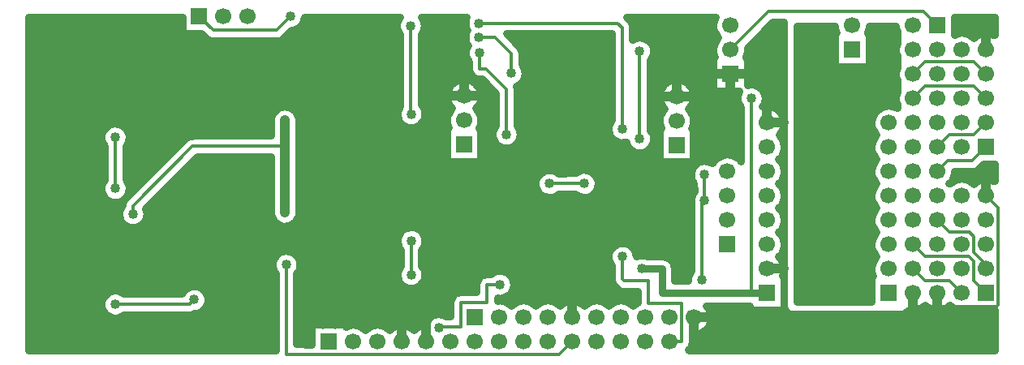
<source format=gbr>
G04 DipTrace 2.4.0.2*
%INBottom.gbr*%
%MOIN*%
%ADD13C,0.013*%
%ADD14C,0.03*%
%ADD15C,0.0394*%
%ADD18C,0.04*%
%ADD29R,0.0669X0.0669*%
%ADD30C,0.0669*%
%FSLAX44Y44*%
G04*
G70*
G90*
G75*
G01*
%LNBottom*%
%LPD*%
X34940Y6940D2*
D14*
X34297D1*
X30628D1*
Y7940D1*
X29815D1*
X34297Y14954D2*
D13*
Y6940D1*
X8172Y13350D2*
Y11239D1*
Y6487D2*
X11224D1*
X11409Y6672D1*
X15365Y18310D2*
X14798Y17743D1*
X12192D1*
X11621Y18314D1*
X32381Y11816D2*
Y10753D1*
X21460Y5515D2*
Y5554D1*
X22378D1*
Y6565D1*
X23440D1*
Y7296D1*
X23960D1*
X32257Y7493D2*
Y10630D1*
X32381Y10753D1*
X20298Y17936D2*
Y14326D1*
X20322Y14302D1*
Y9094D2*
Y7700D1*
X40940Y15940D2*
X41440Y16440D1*
X43440D1*
X43940Y15940D1*
X40940Y14940D2*
X41440Y15440D1*
X43440D1*
X43940Y14940D1*
X41940Y12940D2*
X42440Y13440D1*
X43440D1*
X43940Y13940D1*
X41940Y11940D2*
X42378Y12378D1*
X43378D1*
X43940Y12940D1*
X41940Y9940D2*
X42440Y9440D1*
X43263D1*
X43440Y9263D1*
Y8628D1*
X43940Y8128D1*
Y7940D1*
X29003Y8440D2*
Y7503D1*
X29065Y7440D1*
X30065D1*
Y6503D1*
X31440D1*
Y4940D1*
X30940D1*
X15190Y8113D2*
Y4409D1*
X26409D1*
X26940Y4940D1*
X31224Y15036D2*
X33174D1*
X33440Y15303D1*
Y15940D1*
X43940Y10940D2*
X43945D1*
X44444Y10441D1*
Y6440D1*
X44382Y6378D1*
X42007D1*
X41944Y6440D1*
Y6936D1*
X41940Y6940D1*
X40940D2*
Y6444D1*
X41007Y6378D1*
X42007D1*
X26505Y10253D2*
X25380D1*
X33628Y14315D2*
Y14753D1*
X33344Y15036D1*
X33174D1*
X16419Y8001D2*
Y9556D1*
X16672D1*
X40940Y8940D2*
X41440Y8440D1*
X43253D1*
X43440Y8253D1*
Y7440D1*
X43940Y6940D1*
X23113Y18035D2*
X28810D1*
X28993Y17852D1*
Y13692D1*
X24436Y15972D2*
Y16796D1*
X23788Y17444D1*
X23113D1*
X15143Y10261D2*
D15*
Y12980D1*
Y14050D1*
X8893Y10201D2*
D13*
Y10523D1*
X11350Y12980D1*
X15143D1*
X26003Y11441D2*
X27440Y11443D1*
X40940Y7940D2*
X41440Y7440D1*
X42440D1*
X42940Y6940D1*
X23130Y16817D2*
Y16165D1*
X23399D1*
X24235Y15328D1*
Y13468D1*
X29718Y16879D2*
Y13271D1*
X41940Y17940D2*
X41378Y18503D1*
X35003D1*
X33440Y16940D1*
D18*
X29815Y7940D3*
X34297Y14954D3*
X8172Y13350D3*
Y11239D3*
Y6487D3*
X11409Y6672D3*
X15365Y18310D3*
X32381Y11816D3*
Y10753D3*
X21460Y5515D3*
X23960Y7296D3*
X32257Y7493D3*
X20298Y17936D3*
X20322Y14302D3*
Y9094D3*
Y7700D3*
X29003Y8440D3*
X15190Y8113D3*
X26505Y10253D3*
X25380D3*
X33628Y14315D3*
X16672Y9556D3*
X16419Y8001D3*
X23113Y18035D3*
X28993Y13692D3*
X24436Y15972D3*
X23113Y17444D3*
X15143Y10261D3*
Y14050D3*
X8893Y10201D3*
X26003Y11441D3*
X27440Y11443D3*
X23130Y16817D3*
X24235Y13468D3*
X29718Y16879D3*
Y13271D3*
X12690Y9787D3*
Y9287D3*
X20940Y16940D3*
Y16440D3*
Y15940D3*
Y15440D3*
Y14940D3*
Y14440D3*
Y13940D3*
Y13440D3*
Y12940D3*
Y12440D3*
Y11940D3*
Y11440D3*
Y10940D3*
Y10440D3*
Y9940D3*
X12235Y12393D3*
X8692Y5649D3*
X9192D3*
X12690Y8787D3*
Y8287D3*
X13190Y9787D3*
Y9287D3*
Y8787D3*
Y8287D3*
X10346Y17224D3*
X10846D3*
X11346D3*
X11846D3*
X37256Y13864D3*
Y13364D3*
Y12864D3*
Y12364D3*
X37819Y13864D3*
Y13364D3*
Y12864D3*
Y12364D3*
X37256Y11864D3*
X37819D3*
X36381Y13114D3*
Y12614D3*
X12346Y17224D3*
X12846D3*
X13346D3*
X13846D3*
X12735Y12393D3*
X13235D3*
X9692Y5649D3*
X10192D3*
X10692D3*
X11192D3*
X11692D3*
X12192D3*
X12692D3*
X13192D3*
X13692D3*
X14192D3*
X14692D3*
X12235Y11893D3*
X15692Y5649D3*
X16192D3*
X16692D3*
X17192D3*
X12735Y11893D3*
X13235D3*
X5346Y15058D3*
X5846D3*
X6346D3*
X6846D3*
X7346D3*
X18523Y15436D3*
X19023D3*
X19523D3*
X17190Y11037D3*
Y10537D3*
Y10037D3*
Y9537D3*
X4620Y17991D2*
D14*
X10894D1*
X15859D2*
X19707D1*
X20887D2*
X22525D1*
X29425D2*
X32716D1*
X35126D2*
X35615D1*
X42668D2*
X44260D1*
X4620Y17693D2*
X10894D1*
X15383D2*
X19761D1*
X20834D2*
X22578D1*
X29450D2*
X32761D1*
X34826D2*
X35615D1*
X42668D2*
X44260D1*
X4620Y17394D2*
X11915D1*
X15076D2*
X19843D1*
X20756D2*
X22525D1*
X24471D2*
X28537D1*
X29971D2*
X32880D1*
X34527D2*
X35615D1*
X4620Y17095D2*
X19843D1*
X20756D2*
X22611D1*
X24771D2*
X28537D1*
X30266D2*
X32732D1*
X34228D2*
X35615D1*
X4620Y16797D2*
X19843D1*
X20756D2*
X22537D1*
X24894D2*
X28537D1*
X30303D2*
X32728D1*
X34150D2*
X35615D1*
X4620Y16498D2*
X19843D1*
X20756D2*
X22636D1*
X24894D2*
X28537D1*
X30176D2*
X32712D1*
X34166D2*
X35615D1*
X4620Y16199D2*
X19843D1*
X20756D2*
X22672D1*
X24980D2*
X28537D1*
X30176D2*
X32712D1*
X34166D2*
X35615D1*
X4620Y15901D2*
X19843D1*
X20756D2*
X22763D1*
X25025D2*
X28537D1*
X30176D2*
X32712D1*
X34166D2*
X35615D1*
X4620Y15602D2*
X19843D1*
X20756D2*
X22049D1*
X22929D2*
X23329D1*
X24890D2*
X28537D1*
X30176D2*
X30788D1*
X31660D2*
X32712D1*
X34166D2*
X35615D1*
X4620Y15303D2*
X19843D1*
X20756D2*
X21815D1*
X23163D2*
X23628D1*
X24693D2*
X28537D1*
X30176D2*
X30551D1*
X31898D2*
X32712D1*
X34769D2*
X35615D1*
X4620Y15005D2*
X19843D1*
X20756D2*
X21762D1*
X23216D2*
X23780D1*
X24693D2*
X28537D1*
X30176D2*
X30497D1*
X31952D2*
X33708D1*
X34888D2*
X35615D1*
X4620Y14706D2*
X19843D1*
X20756D2*
X21848D1*
X23130D2*
X23780D1*
X24693D2*
X28537D1*
X30176D2*
X30579D1*
X31865D2*
X33762D1*
X34831D2*
X35615D1*
X4620Y14407D2*
X14679D1*
X15609D2*
X19740D1*
X20903D2*
X21869D1*
X23110D2*
X23780D1*
X24693D2*
X28537D1*
X30176D2*
X30604D1*
X31845D2*
X33840D1*
X4620Y14109D2*
X14552D1*
X15732D2*
X19765D1*
X20879D2*
X21766D1*
X23212D2*
X23780D1*
X24693D2*
X28537D1*
X30176D2*
X30501D1*
X31948D2*
X33840D1*
X4620Y13810D2*
X7818D1*
X8526D2*
X14556D1*
X15732D2*
X20023D1*
X20625D2*
X21803D1*
X23175D2*
X23759D1*
X24709D2*
X28414D1*
X30176D2*
X30534D1*
X31911D2*
X33840D1*
X4620Y13511D2*
X7605D1*
X8740D2*
X14556D1*
X15732D2*
X21762D1*
X23216D2*
X23644D1*
X24824D2*
X28430D1*
X30254D2*
X30497D1*
X31952D2*
X33840D1*
X4620Y13212D2*
X7597D1*
X8748D2*
X10948D1*
X15732D2*
X21762D1*
X23216D2*
X23706D1*
X24767D2*
X28668D1*
X30307D2*
X30497D1*
X31952D2*
X33840D1*
X4620Y12914D2*
X7716D1*
X8629D2*
X10652D1*
X15732D2*
X21762D1*
X23216D2*
X24112D1*
X24361D2*
X29255D1*
X30180D2*
X30497D1*
X31952D2*
X33840D1*
X4620Y12615D2*
X7716D1*
X8629D2*
X10353D1*
X15732D2*
X21762D1*
X23216D2*
X30497D1*
X31952D2*
X33114D1*
X33522D2*
X33840D1*
X4620Y12316D2*
X7716D1*
X8629D2*
X10054D1*
X11319D2*
X14556D1*
X15732D2*
X32097D1*
X4620Y12018D2*
X7716D1*
X8629D2*
X9754D1*
X11020D2*
X14556D1*
X15732D2*
X31826D1*
X43635D2*
X44260D1*
X4620Y11719D2*
X7716D1*
X8629D2*
X9455D1*
X10725D2*
X14556D1*
X15732D2*
X25486D1*
X27961D2*
X31797D1*
X42631D2*
X44260D1*
X4620Y11420D2*
X7609D1*
X8736D2*
X9155D1*
X10425D2*
X14556D1*
X15732D2*
X25412D1*
X28031D2*
X31924D1*
X4620Y11122D2*
X7593D1*
X10126D2*
X14556D1*
X15732D2*
X25510D1*
X27933D2*
X31924D1*
X4620Y10823D2*
X7765D1*
X9826D2*
X14556D1*
X15732D2*
X31793D1*
X4620Y10524D2*
X8405D1*
X9527D2*
X14556D1*
X15732D2*
X31801D1*
X4620Y10226D2*
X8302D1*
X9486D2*
X14552D1*
X15732D2*
X31801D1*
X4620Y9927D2*
X8372D1*
X9412D2*
X14663D1*
X15625D2*
X31801D1*
X4620Y9628D2*
X20117D1*
X20526D2*
X31801D1*
X4620Y9330D2*
X19781D1*
X20862D2*
X31801D1*
X4620Y9031D2*
X19732D1*
X20912D2*
X31801D1*
X4620Y8732D2*
X19863D1*
X20780D2*
X28492D1*
X29511D2*
X31801D1*
X4620Y8433D2*
X14700D1*
X15683D2*
X19863D1*
X20780D2*
X28410D1*
X30795D2*
X31801D1*
X35462D2*
X35618D1*
X4620Y8135D2*
X14597D1*
X15781D2*
X19863D1*
X20780D2*
X28500D1*
X31131D2*
X31801D1*
X4620Y7836D2*
X14671D1*
X15707D2*
X19748D1*
X20895D2*
X23772D1*
X24147D2*
X28545D1*
X31168D2*
X31781D1*
X4620Y7537D2*
X14733D1*
X15646D2*
X19752D1*
X20891D2*
X23058D1*
X24496D2*
X28545D1*
X31168D2*
X31666D1*
X4620Y7239D2*
X14733D1*
X15646D2*
X19970D1*
X20674D2*
X22984D1*
X24549D2*
X28635D1*
X4620Y6940D2*
X7810D1*
X8535D2*
X10886D1*
X11934D2*
X14733D1*
X15646D2*
X22143D1*
X24426D2*
X29607D1*
X4620Y6641D2*
X7601D1*
X12000D2*
X14733D1*
X15646D2*
X21926D1*
X23897D2*
X29607D1*
X4620Y6343D2*
X7601D1*
X11893D2*
X14733D1*
X15646D2*
X21922D1*
X32538D2*
X34213D1*
X41327D2*
X41554D1*
X42327D2*
X42550D1*
X4620Y6044D2*
X7798D1*
X8547D2*
X14733D1*
X15646D2*
X21241D1*
X21678D2*
X21922D1*
X32657D2*
X44260D1*
X4620Y5745D2*
X14733D1*
X15646D2*
X20917D1*
X32641D2*
X44260D1*
X4620Y5447D2*
X14733D1*
X15646D2*
X16213D1*
X32460D2*
X44260D1*
X4620Y5148D2*
X14733D1*
X15646D2*
X16213D1*
X31898D2*
X44260D1*
X4620Y4849D2*
X14733D1*
X15646D2*
X16213D1*
X31886D2*
X44260D1*
X42637Y18288D2*
Y17566D1*
X42808Y17624D1*
X42938Y17637D1*
X43069Y17625D1*
X43195Y17589D1*
X43312Y17530D1*
X43440Y17422D1*
X43502Y17481D1*
X43611Y17554D1*
X43731Y17605D1*
X43860Y17632D1*
X43991Y17635D1*
X44120Y17613D1*
X44243Y17568D1*
X44290Y17543D1*
Y18289D1*
X42640Y18290D1*
X42624Y11810D2*
X42588Y11684D1*
X42528Y11567D1*
X42421Y11439D1*
X42462Y11447D1*
X42565Y11527D1*
X42682Y11587D1*
X42808Y11624D1*
X42938Y11637D1*
X43069Y11625D1*
X43195Y11589D1*
X43312Y11530D1*
X43440Y11422D1*
X43502Y11481D1*
X43611Y11554D1*
X43731Y11605D1*
X43860Y11632D1*
X43991Y11635D1*
X44120Y11613D1*
X44243Y11568D1*
X44290Y11543D1*
Y12244D1*
X43845D1*
X43680Y12076D1*
X43574Y11999D1*
X43446Y11957D1*
X43246Y11951D1*
X42635D1*
X42624Y11810D1*
X42440Y6455D2*
X42328Y6362D1*
X42213Y6299D1*
X42088Y6259D1*
X41958Y6244D1*
X41828Y6253D1*
X41701Y6286D1*
X41583Y6342D1*
X41477Y6420D1*
X41440Y6456D1*
X41350Y6377D1*
X41237Y6310D1*
X41114Y6266D1*
X40985Y6245D1*
X40854Y6249D1*
X40761Y6267D1*
X40742Y6235D1*
X40650Y6142D1*
X40531Y6089D1*
X40313Y6078D1*
X36006D1*
X35878Y6102D1*
X35766Y6169D1*
X35685Y6272D1*
X35647Y6401D1*
X35644Y7359D1*
X35645Y18071D1*
X35341Y18076D1*
X35181D1*
X34130Y17026D1*
X34137Y16940D1*
X34124Y16810D1*
X34088Y16684D1*
X34064Y16636D1*
X34137Y16637D1*
Y15493D1*
X34274Y15515D1*
X34404Y15506D1*
X34529Y15466D1*
X34641Y15398D1*
X34735Y15307D1*
X34804Y15196D1*
X34847Y15072D1*
X34859Y14954D1*
X34844Y14824D1*
X34799Y14701D1*
X34738Y14609D1*
X34886Y14635D1*
X35017Y14633D1*
X35145Y14606D1*
X35266Y14556D1*
X35376Y14484D1*
X35470Y14393D1*
X35545Y14286D1*
X35599Y14166D1*
X35630Y14039D1*
X35636Y13914D1*
X35619Y13784D1*
X35578Y13660D1*
X35514Y13545D1*
X35425Y13440D1*
X35502Y13352D1*
X35569Y13239D1*
X35614Y13116D1*
X35637Y12940D1*
X35624Y12810D1*
X35588Y12684D1*
X35528Y12567D1*
X35421Y12439D1*
X35502Y12352D1*
X35569Y12239D1*
X35614Y12116D1*
X35637Y11940D1*
X35624Y11810D1*
X35588Y11684D1*
X35528Y11567D1*
X35421Y11439D1*
X35502Y11352D1*
X35569Y11239D1*
X35614Y11116D1*
X35637Y10940D1*
X35624Y10810D1*
X35588Y10684D1*
X35528Y10567D1*
X35421Y10439D1*
X35502Y10352D1*
X35569Y10239D1*
X35614Y10116D1*
X35637Y9940D1*
X35624Y9810D1*
X35588Y9684D1*
X35528Y9567D1*
X35421Y9439D1*
X35502Y9352D1*
X35569Y9239D1*
X35614Y9116D1*
X35637Y8940D1*
X35624Y8810D1*
X35588Y8684D1*
X35528Y8567D1*
X35421Y8439D1*
X35470Y8393D1*
X35545Y8286D1*
X35599Y8166D1*
X35630Y8039D1*
X35636Y7914D1*
X35619Y7784D1*
X35578Y7660D1*
X35567Y7637D1*
X35637D1*
Y6244D1*
X34244D1*
Y6428D1*
X32439D1*
X32532Y6308D1*
X32590Y6191D1*
X32626Y6065D1*
X32637Y5940D1*
X32624Y5810D1*
X32588Y5684D1*
X32528Y5567D1*
X32448Y5464D1*
X32350Y5377D1*
X32237Y5310D1*
X32114Y5266D1*
X31985Y5245D1*
X31867Y5247D1*
Y4940D1*
X31847Y4811D1*
X31789Y4694D1*
X31706Y4607D1*
X31737Y4590D1*
X44290D1*
Y6241D1*
X43324Y6244D1*
X43244D1*
Y6313D1*
X43114Y6266D1*
X42985Y6245D1*
X42854Y6249D1*
X42726Y6277D1*
X42605Y6329D1*
X42497Y6403D1*
X42442Y6458D1*
X23869Y6630D2*
X23938Y6637D1*
X24069Y6625D1*
X24195Y6589D1*
X24312Y6530D1*
X24440Y6422D1*
X24565Y6527D1*
X24682Y6587D1*
X24808Y6624D1*
X24938Y6637D1*
X25069Y6625D1*
X25195Y6589D1*
X25312Y6530D1*
X25440Y6422D1*
X25565Y6527D1*
X25682Y6587D1*
X25808Y6624D1*
X25938Y6637D1*
X26069Y6625D1*
X26195Y6589D1*
X26312Y6530D1*
X26440Y6422D1*
X26502Y6481D1*
X26611Y6554D1*
X26731Y6605D1*
X26860Y6632D1*
X26991Y6635D1*
X27120Y6613D1*
X27243Y6568D1*
X27355Y6500D1*
X27440Y6425D1*
X27565Y6527D1*
X27682Y6587D1*
X27808Y6624D1*
X27938Y6637D1*
X28069Y6625D1*
X28195Y6589D1*
X28312Y6530D1*
X28440Y6422D1*
X28565Y6527D1*
X28682Y6587D1*
X28808Y6624D1*
X28938Y6637D1*
X29069Y6625D1*
X29195Y6589D1*
X29312Y6530D1*
X29440Y6422D1*
X29565Y6527D1*
X29642Y6567D1*
X29638Y7015D1*
X29065Y7013D1*
X28936Y7033D1*
X28797Y7108D1*
X28662Y7245D1*
X28605Y7348D1*
X28577Y7474D1*
X28576Y8073D1*
X28530Y8135D1*
X28473Y8253D1*
X28444Y8381D1*
X28445Y8512D1*
X28477Y8639D1*
X28537Y8755D1*
X28623Y8854D1*
X28729Y8931D1*
X28850Y8981D1*
X28979Y9002D1*
X29110Y8992D1*
X29234Y8952D1*
X29347Y8885D1*
X29440Y8793D1*
X29510Y8682D1*
X29552Y8558D1*
X29564Y8444D1*
X29662Y8481D1*
X29791Y8502D1*
X29922Y8492D1*
X30050Y8450D1*
X30628Y8452D1*
X30757Y8435D1*
X30879Y8386D1*
X30984Y8308D1*
X31065Y8206D1*
X31118Y8086D1*
X31140Y7940D1*
Y7452D1*
X31698D1*
X31700Y7565D1*
X31731Y7692D1*
X31792Y7808D1*
X31832Y7855D1*
X31831Y10634D1*
X31822Y10694D1*
X31823Y10825D1*
X31855Y10952D1*
X31915Y11068D1*
X31955Y11115D1*
X31954Y11455D1*
X31908Y11511D1*
X31851Y11629D1*
X31822Y11757D1*
X31823Y11887D1*
X31855Y12015D1*
X31915Y12131D1*
X32001Y12230D1*
X32107Y12307D1*
X32228Y12357D1*
X32357Y12377D1*
X32488Y12368D1*
X32612Y12328D1*
X32707Y12271D1*
X32754Y12349D1*
X32840Y12447D1*
X32943Y12528D1*
X33060Y12588D1*
X33186Y12625D1*
X33316Y12637D1*
X33447Y12625D1*
X33573Y12589D1*
X33690Y12530D1*
X33793Y12450D1*
X33872Y12361D1*
X33870Y14589D1*
X33825Y14649D1*
X33767Y14767D1*
X33738Y14894D1*
X33740Y15025D1*
X33771Y15152D1*
X33819Y15243D1*
X32744Y15244D1*
Y16637D1*
X32813D1*
X32778Y16724D1*
X32749Y16852D1*
X32745Y16983D1*
X32765Y17112D1*
X32809Y17235D1*
X32876Y17348D1*
X32954Y17438D1*
X32830Y17604D1*
X32778Y17724D1*
X32749Y17852D1*
X32745Y17983D1*
X32765Y18112D1*
X32809Y18235D1*
X32840Y18288D1*
X29156Y18290D1*
X29294Y18154D1*
X29372Y18049D1*
X29413Y17921D1*
X29420Y17721D1*
Y17356D1*
X29565Y17420D1*
X29694Y17441D1*
X29825Y17431D1*
X29949Y17391D1*
X30062Y17324D1*
X30155Y17232D1*
X30225Y17121D1*
X30267Y16997D1*
X30280Y16879D1*
X30264Y16749D1*
X30220Y16626D1*
X30144Y16514D1*
X30145Y13635D1*
X30225Y13513D1*
X30267Y13389D1*
X30280Y13271D1*
X30264Y13141D1*
X30220Y13018D1*
X30147Y12909D1*
X30052Y12819D1*
X29938Y12754D1*
X29813Y12717D1*
X29682Y12710D1*
X29553Y12734D1*
X29433Y12786D1*
X29329Y12865D1*
X29245Y12966D1*
X29188Y13084D1*
X29171Y13160D1*
X29088Y13138D1*
X28957Y13131D1*
X28828Y13155D1*
X28708Y13207D1*
X28604Y13286D1*
X28520Y13387D1*
X28463Y13505D1*
X28434Y13633D1*
X28435Y13764D1*
X28467Y13891D1*
X28527Y14007D1*
X28567Y14053D1*
X28566Y17609D1*
X24229Y17608D1*
X24738Y17098D1*
X24815Y16993D1*
X24857Y16865D1*
X24863Y16665D1*
Y16341D1*
X24943Y16214D1*
X24986Y16090D1*
X24998Y15972D1*
X24983Y15842D1*
X24938Y15719D1*
X24866Y15609D1*
X24770Y15520D1*
X24645Y15451D1*
X24662Y15328D1*
Y13831D1*
X24743Y13710D1*
X24785Y13586D1*
X24797Y13468D1*
X24782Y13338D1*
X24737Y13215D1*
X24665Y13105D1*
X24570Y13016D1*
X24456Y12951D1*
X24330Y12914D1*
X24200Y12907D1*
X24071Y12930D1*
X23951Y12983D1*
X23847Y13062D1*
X23763Y13163D1*
X23706Y13281D1*
X23677Y13408D1*
X23678Y13539D1*
X23710Y13666D1*
X23770Y13783D1*
X23810Y13829D1*
X23808Y15153D1*
X23223Y15737D1*
X23130Y15738D1*
X23000Y15758D1*
X22883Y15816D1*
X22789Y15907D1*
X22727Y16022D1*
X22703Y16165D1*
Y16448D1*
X22657Y16512D1*
X22600Y16629D1*
X22571Y16757D1*
X22572Y16888D1*
X22604Y17015D1*
X22658Y17120D1*
X22583Y17257D1*
X22555Y17385D1*
X22556Y17516D1*
X22588Y17643D1*
X22638Y17741D1*
X22583Y17848D1*
X22555Y17975D1*
X22556Y18106D1*
X22588Y18233D1*
X22616Y18288D1*
X20732Y18290D1*
X20806Y18178D1*
X20848Y18054D1*
X20860Y17936D1*
X20845Y17806D1*
X20800Y17683D1*
X20725Y17571D1*
Y14692D1*
X20759Y14655D1*
X20829Y14544D1*
X20871Y14421D1*
X20884Y14302D1*
X20869Y14172D1*
X20824Y14049D1*
X20752Y13940D1*
X20656Y13850D1*
X20543Y13785D1*
X20417Y13748D1*
X20286Y13742D1*
X20157Y13765D1*
X20038Y13818D1*
X19933Y13897D1*
X19850Y13998D1*
X19792Y14115D1*
X19763Y14243D1*
X19765Y14374D1*
X19796Y14501D1*
X19870Y14633D1*
X19871Y17570D1*
X19826Y17632D1*
X19768Y17749D1*
X19740Y17877D1*
X19741Y18008D1*
X19773Y18135D1*
X19833Y18251D1*
X19868Y18291D1*
X15926Y18290D1*
X15912Y18180D1*
X15867Y18057D1*
X15795Y17948D1*
X15700Y17858D1*
X15586Y17793D1*
X15460Y17756D1*
X15415Y17754D1*
X15100Y17441D1*
X14995Y17364D1*
X14867Y17322D1*
X14667Y17316D1*
X12192D1*
X12063Y17336D1*
X11943Y17397D1*
X11797Y17534D1*
X11713Y17618D1*
X10925D1*
Y18294D1*
X10319Y18290D1*
X4590D1*
Y4591D1*
X14763Y4590D1*
Y7751D1*
X14718Y7809D1*
X14660Y7926D1*
X14631Y8054D1*
X14633Y8185D1*
X14664Y8312D1*
X14725Y8428D1*
X14810Y8527D1*
X14916Y8604D1*
X15037Y8654D1*
X15166Y8675D1*
X15297Y8665D1*
X15422Y8625D1*
X15534Y8558D1*
X15628Y8466D1*
X15697Y8356D1*
X15740Y8232D1*
X15752Y8113D1*
X15737Y7983D1*
X15692Y7860D1*
X15617Y7748D1*
Y4837D1*
X16244Y4836D1*
Y5637D1*
X17637D1*
Y5567D1*
X17808Y5624D1*
X17938Y5637D1*
X18069Y5625D1*
X18195Y5589D1*
X18312Y5530D1*
X18440Y5422D1*
X18565Y5527D1*
X18682Y5587D1*
X18808Y5624D1*
X18938Y5637D1*
X19069Y5625D1*
X19195Y5589D1*
X19312Y5530D1*
X19440Y5422D1*
X19502Y5481D1*
X19611Y5554D1*
X19731Y5605D1*
X19860Y5632D1*
X19991Y5635D1*
X20120Y5613D1*
X20243Y5568D1*
X20355Y5500D1*
X20440Y5425D1*
X20544Y5513D1*
X20658Y5577D1*
X20782Y5619D1*
X20911Y5636D1*
X20934Y5714D1*
X20994Y5830D1*
X21080Y5929D1*
X21186Y6006D1*
X21307Y6056D1*
X21436Y6076D1*
X21567Y6067D1*
X21691Y6027D1*
X21765Y5983D1*
X21948Y5981D1*
X21951Y6565D1*
X21971Y6694D1*
X22029Y6811D1*
X22120Y6905D1*
X22235Y6967D1*
X22378Y6992D1*
X23013D1*
Y7296D1*
X23033Y7426D1*
X23091Y7543D1*
X23182Y7637D1*
X23297Y7699D1*
X23440Y7723D1*
X23592D1*
X23686Y7787D1*
X23807Y7837D1*
X23936Y7858D1*
X24067Y7848D1*
X24191Y7808D1*
X24304Y7741D1*
X24397Y7649D1*
X24467Y7539D1*
X24509Y7415D1*
X24522Y7296D1*
X24507Y7166D1*
X24462Y7043D1*
X24389Y6934D1*
X24294Y6845D1*
X24180Y6780D1*
X24055Y6743D1*
X23924Y6736D1*
X23864Y6747D1*
X23867Y6633D1*
X23117Y13737D2*
X23186D1*
Y12343D1*
X21792D1*
Y13737D1*
X21862D1*
X21827Y13824D1*
X21798Y13951D1*
X21794Y14082D1*
X21814Y14212D1*
X21858Y14335D1*
X21924Y14448D1*
X22003Y14537D1*
X21906Y14658D1*
X21845Y14774D1*
X21807Y14900D1*
X21792Y15030D1*
X21803Y15161D1*
X21837Y15287D1*
X21895Y15405D1*
X21974Y15509D1*
X22071Y15597D1*
X22183Y15666D1*
X22305Y15712D1*
X22434Y15735D1*
X22565Y15732D1*
X22694Y15706D1*
X22815Y15656D1*
X22924Y15584D1*
X23018Y15493D1*
X23094Y15385D1*
X23148Y15266D1*
X23178Y15139D1*
X23185Y15014D1*
X23168Y14884D1*
X23127Y14759D1*
X23063Y14645D1*
X22973Y14539D1*
X23051Y14451D1*
X23118Y14339D1*
X23163Y14216D1*
X23186Y14040D1*
X23173Y13910D1*
X23137Y13784D1*
X23112Y13736D1*
X31852Y13733D2*
X31921D1*
Y12340D1*
X30527D1*
Y13733D1*
X30597D1*
X30562Y13820D1*
X30533Y13948D1*
X30529Y14079D1*
X30549Y14208D1*
X30593Y14331D1*
X30659Y14444D1*
X30738Y14534D1*
X30641Y14655D1*
X30580Y14771D1*
X30542Y14896D1*
X30527Y15026D1*
X30538Y15157D1*
X30572Y15283D1*
X30630Y15401D1*
X30709Y15505D1*
X30806Y15594D1*
X30918Y15662D1*
X31040Y15708D1*
X31169Y15731D1*
X31300Y15729D1*
X31429Y15702D1*
X31550Y15652D1*
X31659Y15580D1*
X31753Y15489D1*
X31829Y15382D1*
X31883Y15262D1*
X31914Y15135D1*
X31920Y15010D1*
X31903Y14880D1*
X31862Y14756D1*
X31798Y14641D1*
X31708Y14536D1*
X31786Y14448D1*
X31853Y14335D1*
X31898Y14212D1*
X31921Y14036D1*
X31908Y13906D1*
X31872Y13780D1*
X31848Y13732D1*
X8599Y12985D2*
Y11607D1*
X8680Y11481D1*
X8722Y11358D1*
X8734Y11239D1*
X8719Y11109D1*
X8674Y10986D1*
X8602Y10877D1*
X8507Y10788D1*
X8393Y10722D1*
X8267Y10685D1*
X8137Y10679D1*
X8008Y10702D1*
X7888Y10755D1*
X7784Y10834D1*
X7700Y10935D1*
X7643Y11052D1*
X7614Y11180D1*
X7615Y11311D1*
X7647Y11438D1*
X7707Y11554D1*
X7747Y11601D1*
X7745Y12982D1*
X7700Y13045D1*
X7643Y13162D1*
X7614Y13290D1*
X7615Y13421D1*
X7647Y13548D1*
X7707Y13664D1*
X7792Y13764D1*
X7898Y13840D1*
X8019Y13890D1*
X8149Y13911D1*
X8279Y13901D1*
X8404Y13862D1*
X8516Y13794D1*
X8610Y13703D1*
X8680Y13592D1*
X8722Y13468D1*
X8734Y13350D1*
X8719Y13220D1*
X8674Y13097D1*
X8599Y12985D1*
X8537Y6914D2*
X10900D1*
X10943Y6987D1*
X11029Y7086D1*
X11135Y7163D1*
X11256Y7213D1*
X11385Y7234D1*
X11516Y7224D1*
X11640Y7184D1*
X11753Y7117D1*
X11846Y7025D1*
X11916Y6915D1*
X11958Y6791D1*
X11971Y6672D1*
X11955Y6542D1*
X11910Y6419D1*
X11838Y6310D1*
X11743Y6221D1*
X11629Y6156D1*
X11504Y6119D1*
X11420Y6108D1*
X11292Y6067D1*
X11092Y6060D1*
X8537D1*
X8393Y5970D1*
X8267Y5933D1*
X8137Y5927D1*
X8008Y5950D1*
X7888Y6003D1*
X7784Y6082D1*
X7700Y6183D1*
X7643Y6300D1*
X7614Y6428D1*
X7615Y6559D1*
X7647Y6686D1*
X7707Y6802D1*
X7792Y6901D1*
X7898Y6978D1*
X8019Y7028D1*
X8149Y7049D1*
X8279Y7039D1*
X8404Y6999D1*
X8537Y6912D1*
X20749Y8729D2*
Y8064D1*
X20829Y7942D1*
X20871Y7818D1*
X20884Y7700D1*
X20869Y7570D1*
X20824Y7447D1*
X20752Y7338D1*
X20656Y7248D1*
X20543Y7183D1*
X20417Y7146D1*
X20286Y7139D1*
X20157Y7163D1*
X20038Y7215D1*
X19933Y7294D1*
X19850Y7395D1*
X19792Y7513D1*
X19763Y7641D1*
X19765Y7772D1*
X19796Y7899D1*
X19857Y8015D1*
X19897Y8061D1*
X19895Y8729D1*
X19850Y8789D1*
X19792Y8907D1*
X19763Y9034D1*
X19765Y9165D1*
X19796Y9292D1*
X19857Y9409D1*
X19942Y9508D1*
X20048Y9584D1*
X20169Y9634D1*
X20298Y9655D1*
X20429Y9645D1*
X20554Y9606D1*
X20666Y9538D1*
X20759Y9447D1*
X20829Y9336D1*
X20871Y9212D1*
X20884Y9094D1*
X20869Y8964D1*
X20824Y8841D1*
X20749Y8729D1*
X26367Y11869D2*
X27072Y11870D1*
X27166Y11934D1*
X27287Y11984D1*
X27416Y12005D1*
X27547Y11995D1*
X27672Y11955D1*
X27784Y11888D1*
X27878Y11796D1*
X27947Y11686D1*
X27990Y11562D1*
X28002Y11443D1*
X27987Y11313D1*
X27942Y11190D1*
X27870Y11081D1*
X27774Y10992D1*
X27661Y10926D1*
X27535Y10889D1*
X27404Y10883D1*
X27276Y10906D1*
X27156Y10959D1*
X27081Y11016D1*
X26371Y11015D1*
X26223Y10924D1*
X26098Y10887D1*
X25967Y10880D1*
X25838Y10904D1*
X25718Y10956D1*
X25614Y11035D1*
X25530Y11136D1*
X25473Y11254D1*
X25444Y11382D1*
X25445Y11512D1*
X25477Y11639D1*
X25537Y11756D1*
X25623Y11855D1*
X25729Y11932D1*
X25850Y11982D1*
X25979Y12002D1*
X26110Y11993D1*
X26234Y11953D1*
X26361Y11871D1*
X14584Y10323D2*
Y12554D1*
X11530Y12553D1*
X10260Y11286D1*
X9404Y10430D1*
X9442Y10319D1*
X9455Y10201D1*
X9440Y10071D1*
X9395Y9948D1*
X9323Y9839D1*
X9227Y9749D1*
X9113Y9684D1*
X8988Y9647D1*
X8857Y9640D1*
X8728Y9664D1*
X8608Y9716D1*
X8504Y9795D1*
X8421Y9896D1*
X8363Y10014D1*
X8334Y10141D1*
X8335Y10272D1*
X8367Y10399D1*
X8427Y10516D1*
X8467Y10562D1*
X8486Y10652D1*
X8547Y10772D1*
X8684Y10918D1*
X11048Y13281D1*
X11153Y13359D1*
X11281Y13400D1*
X11481Y13406D1*
X14585D1*
X14586Y14122D1*
X14617Y14249D1*
X14678Y14365D1*
X14763Y14464D1*
X14869Y14541D1*
X14990Y14591D1*
X15119Y14612D1*
X15250Y14602D1*
X15375Y14562D1*
X15487Y14495D1*
X15581Y14403D1*
X15650Y14293D1*
X15693Y14169D1*
X15702Y14022D1*
X15705Y10261D1*
X15690Y10131D1*
X15645Y10008D1*
X15573Y9899D1*
X15477Y9809D1*
X15364Y9744D1*
X15238Y9707D1*
X15107Y9700D1*
X14979Y9724D1*
X14859Y9776D1*
X14754Y9855D1*
X14671Y9956D1*
X14613Y10074D1*
X14584Y10202D1*
X14585Y10238D1*
X41940Y6940D2*
D18*
Y6244D1*
X40940Y6940D2*
Y6244D1*
X26940Y6636D2*
Y5940D1*
X31940D2*
Y5244D1*
Y5940D2*
X32636D1*
X43940Y11636D2*
Y10940D1*
Y17636D2*
Y16940D1*
X22489Y15736D2*
Y15040D1*
X21793D2*
X23185D1*
X31224Y15732D2*
Y15036D1*
X30528D2*
X31920D1*
X33440Y15940D2*
Y15244D1*
X32744Y15940D2*
X34136D1*
X34940Y7940D2*
X35636D1*
X34940Y14636D2*
Y13940D1*
X35636D1*
X19940Y5636D2*
Y4940D1*
X20940Y5636D2*
Y4940D1*
X36186Y17618D2*
D14*
X37715D1*
X39165D2*
X40266D1*
X36186Y17319D2*
X37715D1*
X39165D2*
X40266D1*
X36186Y17021D2*
X37715D1*
X39165D2*
X40217D1*
X36186Y16722D2*
X37715D1*
X39165D2*
X40250D1*
X36186Y16423D2*
X37715D1*
X39165D2*
X40266D1*
X36186Y16125D2*
X40237D1*
X36186Y15826D2*
X40225D1*
X36186Y15527D2*
X40266D1*
X36186Y15228D2*
X40266D1*
X36186Y14930D2*
X40213D1*
X36186Y14631D2*
X39823D1*
X40059D2*
X40266D1*
X36186Y14332D2*
X39335D1*
X36186Y14034D2*
X39220D1*
X36186Y13735D2*
X39245D1*
X36186Y13436D2*
X39421D1*
X36186Y13138D2*
X39241D1*
X36186Y12839D2*
X39220D1*
X36186Y12540D2*
X39339D1*
X36186Y12242D2*
X39282D1*
X36186Y11943D2*
X39212D1*
X36186Y11644D2*
X39278D1*
X36186Y11346D2*
X39343D1*
X36186Y11047D2*
X39220D1*
X36186Y10748D2*
X39241D1*
X36186Y10449D2*
X39417D1*
X36186Y10151D2*
X39245D1*
X36186Y9852D2*
X39220D1*
X36186Y9553D2*
X39331D1*
X36186Y9255D2*
X39290D1*
X36186Y8956D2*
X39212D1*
X36186Y8657D2*
X39274D1*
X36186Y8359D2*
X39351D1*
X36186Y8060D2*
X39224D1*
X36186Y7761D2*
X39237D1*
X36186Y7463D2*
X39212D1*
X36186Y7164D2*
X39212D1*
X36186Y6865D2*
X39212D1*
X40293Y17690D2*
X40249Y17852D1*
X40247Y17913D1*
X39525Y17917D1*
X39136D1*
X39124Y17810D1*
X39088Y17684D1*
X39064Y17636D1*
X39137Y17637D1*
Y16244D1*
X37744D1*
Y17637D1*
X37813D1*
X37778Y17724D1*
X37749Y17852D1*
X37747Y17913D1*
X37163Y17917D1*
X36158D1*
X36156Y15180D1*
Y6588D1*
X38237Y6590D1*
X39242D1*
X39244Y7637D1*
X39313D1*
X39278Y7724D1*
X39249Y7852D1*
X39245Y7983D1*
X39265Y8112D1*
X39309Y8235D1*
X39376Y8348D1*
X39454Y8438D1*
X39330Y8604D1*
X39278Y8724D1*
X39249Y8852D1*
X39245Y8983D1*
X39265Y9112D1*
X39309Y9235D1*
X39376Y9348D1*
X39454Y9438D1*
X39330Y9604D1*
X39278Y9724D1*
X39249Y9852D1*
X39245Y9983D1*
X39265Y10112D1*
X39309Y10235D1*
X39376Y10348D1*
X39454Y10438D1*
X39330Y10604D1*
X39278Y10724D1*
X39249Y10852D1*
X39245Y10983D1*
X39265Y11112D1*
X39309Y11235D1*
X39376Y11348D1*
X39454Y11438D1*
X39330Y11604D1*
X39278Y11724D1*
X39249Y11852D1*
X39245Y11983D1*
X39265Y12112D1*
X39309Y12235D1*
X39376Y12348D1*
X39454Y12438D1*
X39330Y12604D1*
X39278Y12724D1*
X39249Y12852D1*
X39245Y12983D1*
X39265Y13112D1*
X39309Y13235D1*
X39376Y13348D1*
X39454Y13438D1*
X39330Y13604D1*
X39278Y13724D1*
X39249Y13852D1*
X39245Y13983D1*
X39265Y14112D1*
X39309Y14235D1*
X39376Y14348D1*
X39462Y14447D1*
X39565Y14527D1*
X39682Y14587D1*
X39808Y14624D1*
X39938Y14637D1*
X40069Y14625D1*
X40195Y14589D1*
X40293Y14539D1*
X40294Y14679D1*
X40249Y14852D1*
X40245Y14983D1*
X40265Y15112D1*
X40294Y15193D1*
Y15680D1*
X40249Y15852D1*
X40245Y15983D1*
X40265Y16112D1*
X40294Y16193D1*
Y16681D1*
X40249Y16852D1*
X40245Y16983D1*
X40265Y17112D1*
X40294Y17202D1*
Y17681D1*
D29*
X41940Y17940D3*
D30*
X40940D3*
X41940Y16940D3*
X40940D3*
X41940Y15940D3*
X40940D3*
X41940Y14940D3*
X40940D3*
X41940Y13940D3*
X40940D3*
X41940Y12940D3*
X40940D3*
X41940Y11940D3*
X40940D3*
X41940Y10940D3*
X40940D3*
X41940Y9940D3*
X40940D3*
X41940Y8940D3*
X40940D3*
X41940Y7940D3*
X40940D3*
X41940Y6940D3*
X40940D3*
D29*
X22940Y5940D3*
D30*
X23940D3*
X24940D3*
X25940D3*
X26940D3*
X27940D3*
X28940D3*
X29940D3*
X30940D3*
X31940D3*
D29*
X43940Y6940D3*
D30*
X42940D3*
X43940Y7940D3*
X42940D3*
X43940Y8940D3*
X42940D3*
X43940Y9940D3*
X42940D3*
X43940Y10940D3*
X42940D3*
D29*
X43940Y12940D3*
D30*
X42940D3*
X43940Y13940D3*
X42940D3*
X43940Y14940D3*
X42940D3*
X43940Y15940D3*
X42940D3*
X43940Y16940D3*
X42940D3*
D29*
X11621Y18314D3*
D30*
X12621D3*
X13621D3*
D29*
X22489Y13040D3*
D30*
Y14040D3*
Y15040D3*
D29*
X31224Y13036D3*
D30*
Y14036D3*
Y15036D3*
D29*
X38440Y16940D3*
D30*
Y17940D3*
D29*
X33440Y15940D3*
D30*
Y16940D3*
Y17940D3*
D29*
X33318Y8941D3*
D30*
Y9941D3*
Y10941D3*
Y11941D3*
D29*
X39940Y6940D3*
D30*
Y7940D3*
Y8940D3*
Y9940D3*
Y10940D3*
Y11940D3*
Y12940D3*
Y13940D3*
D29*
X34940Y6940D3*
D30*
Y7940D3*
Y8940D3*
Y9940D3*
Y10940D3*
Y11940D3*
Y12940D3*
Y13940D3*
D29*
X16940Y4940D3*
D30*
X17940D3*
X18940D3*
X19940D3*
X20940D3*
X21940D3*
X22940D3*
X23940D3*
X24940D3*
X25940D3*
X26940D3*
X27940D3*
X28940D3*
X29940D3*
X30940D3*
M02*

</source>
